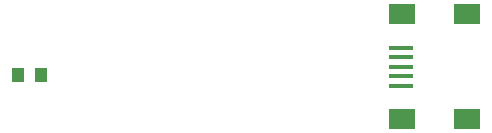
<source format=gbr>
G04 DipTrace 2.3.1.0*
%INBottomPaste.gbr*%
%MOMM*%
%ADD39R,2.3X1.8*%
%ADD41R,2.1X0.3*%
%ADD67R,1.1X1.3*%
%FSLAX53Y53*%
G04*
G71*
G90*
G75*
G01*
%LNBotPaste*%
%LPD*%
D67*
X-14389Y25224D3*
X-12489D3*
D41*
X18032Y27549D3*
Y26748D3*
Y25948D3*
Y25149D3*
Y24349D3*
D39*
X18132Y30399D3*
Y21498D3*
X23632Y30399D3*
Y21498D3*
M02*

</source>
